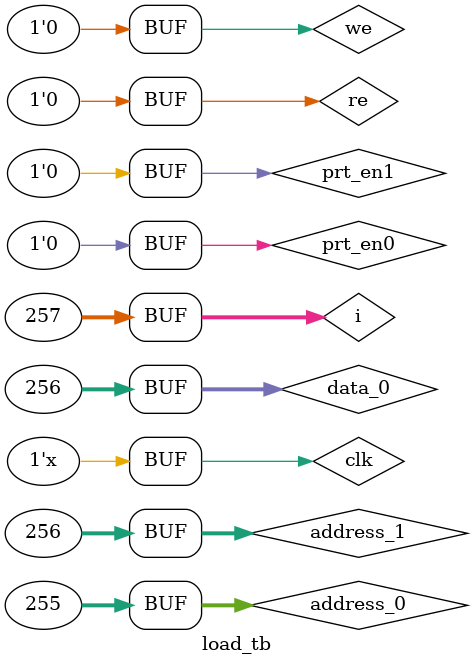
<source format=v>
`timescale 1ns / 1ps




module ram(
    we,
    re,
    clk,
    prt_en1,
    prt_en0,
    data_0,
    address_0,
    data_1,
    address_1
    //data_out0,
    );
    input we;
    input re;
    input clk;
    input prt_en1;
    input prt_en0;
    input [31:0] data_0;
    input [4:0] address_0;
    output [31:0] data_1;
    input [4:0] address_1;
    //reg [31:0] data_out0;
    
   
   
 parameter RAM_DEPTH = 1 << 8;
 
 
 //reg [31:0] data_out;
 reg [31:0] mem [RAM_DEPTH-1:0];
 
 //write is enabled
 always @ (posedge clk)
 begin : MEM_WRITE
    if (prt_en0==1 && we==1) 
        mem[address_0] <= data_0;
 end

//buffer state
 //assign data = (oe &&  ! we) ? data_out : 8'bz; 
 
 
 //read
assign data_1=(prt_en1 && re)?mem[address_1]:31'bz;
 
 
 endmodule
 
 module load_tb;
    reg we;
    reg re;
    reg clk;
    reg prt_en1;
    reg prt_en0;
    reg [31:0]data_0;
    reg [31:0] address_0;
    wire [31:0] data_1;
    reg [31:0]address_1;
    
    integer i;
    
  ram load_inst(
        we,
        re,
        clk,
        prt_en1,
        prt_en0,
        data_0,
        address_0,
        data_1,
        address_1
        //data_out0
    );
  always
  #5 clk = ~clk;
       
 initial
 begin
    clk=0;
    we=0;
    re=0;
    prt_en0 = 0;
    prt_en1 = 0;
    //write fun
    prt_en0=1;
    we=1;
    for(i=1;i<=256;i=i+1)begin
        data_0=i;
        address_0=i-1;
        #10;
        end
     prt_en0=0;
    we=0;
    #20;
    //read the data
    prt_en1 = 1;
    re=1;
    for(i=1;i<=256;i=i+1)begin
        address_1=i;
        #10;
        end
     prt_en1 = 0;
     re=0;
 end
endmodule
 
 
 
      
    


 


</source>
